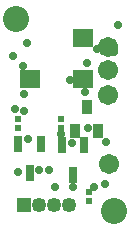
<source format=gbr>
%TF.GenerationSoftware,Altium Limited,Altium Designer,24.10.1 (45)*%
G04 Layer_Color=16711935*
%FSLAX45Y45*%
%MOMM*%
%TF.SameCoordinates,4467BDBC-AEE5-4BB1-B835-3B9CE31773A1*%
%TF.FilePolarity,Negative*%
%TF.FileFunction,Soldermask,Bot*%
%TF.Part,Single*%
G01*
G75*
%TA.AperFunction,SMDPad,CuDef*%
%ADD14R,0.52000X0.52000*%
%ADD21R,0.47247X0.46818*%
%TA.AperFunction,ViaPad*%
%ADD40C,2.20320*%
%TA.AperFunction,ComponentPad*%
%ADD41C,1.25320*%
%ADD42R,1.25320X1.25320*%
%TA.AperFunction,ViaPad*%
%ADD43C,0.70320*%
%TA.AperFunction,SMDPad,CuDef*%
%ADD44R,0.85320X1.30320*%
%ADD45C,1.70320*%
%ADD46R,1.70320X1.50320*%
%ADD47R,0.80320X1.40320*%
D14*
X3243349Y2718710D02*
D03*
Y2798710D02*
D03*
D21*
X2641600Y3337985D02*
D03*
Y3418415D02*
D03*
X3009900Y3337985D02*
D03*
Y3418415D02*
D03*
D40*
X3454400Y2641600D02*
D03*
X2628900Y4267200D02*
D03*
D41*
X3073400Y2692400D02*
D03*
X2946400D02*
D03*
X2819400D02*
D03*
D42*
X2692400D02*
D03*
D43*
X3454400Y3987800D02*
D03*
X3492500Y4216400D02*
D03*
X2718013Y4064002D02*
D03*
X3314700Y4013200D02*
D03*
X3289349Y2844710D02*
D03*
X2603500Y3948192D02*
D03*
X2684388Y3861600D02*
D03*
X3086100Y3746500D02*
D03*
X3229549Y3893100D02*
D03*
X3213100Y3641600D02*
D03*
X3238500Y3340100D02*
D03*
X3388161Y3225020D02*
D03*
X2692400Y3632200D02*
D03*
X2696729Y3486854D02*
D03*
X3009900Y3289300D02*
D03*
X2616200Y3505200D02*
D03*
X2641600Y2971800D02*
D03*
X2908300Y2984500D02*
D03*
X2819400D02*
D03*
X2730305Y3250467D02*
D03*
X3098800Y3213100D02*
D03*
X3378200Y2870200D02*
D03*
X3111500Y2844800D02*
D03*
X2959100D02*
D03*
D44*
X3321800Y3311300D02*
D03*
X3129800D02*
D03*
X3225800Y3521300D02*
D03*
D45*
X3416300Y3035300D02*
D03*
X3403600Y4025900D02*
D03*
Y3619500D02*
D03*
Y3835400D02*
D03*
D46*
X3196800Y3751600D02*
D03*
X2746800D02*
D03*
X3196800Y4101600D02*
D03*
D47*
X2648200Y3209100D02*
D03*
X2838200D02*
D03*
X2743200Y2959100D02*
D03*
X3016500Y3196400D02*
D03*
X3206500D02*
D03*
X3111500Y2946400D02*
D03*
%TF.MD5,850c726360205ad1c38fae4070e3048c*%
M02*

</source>
